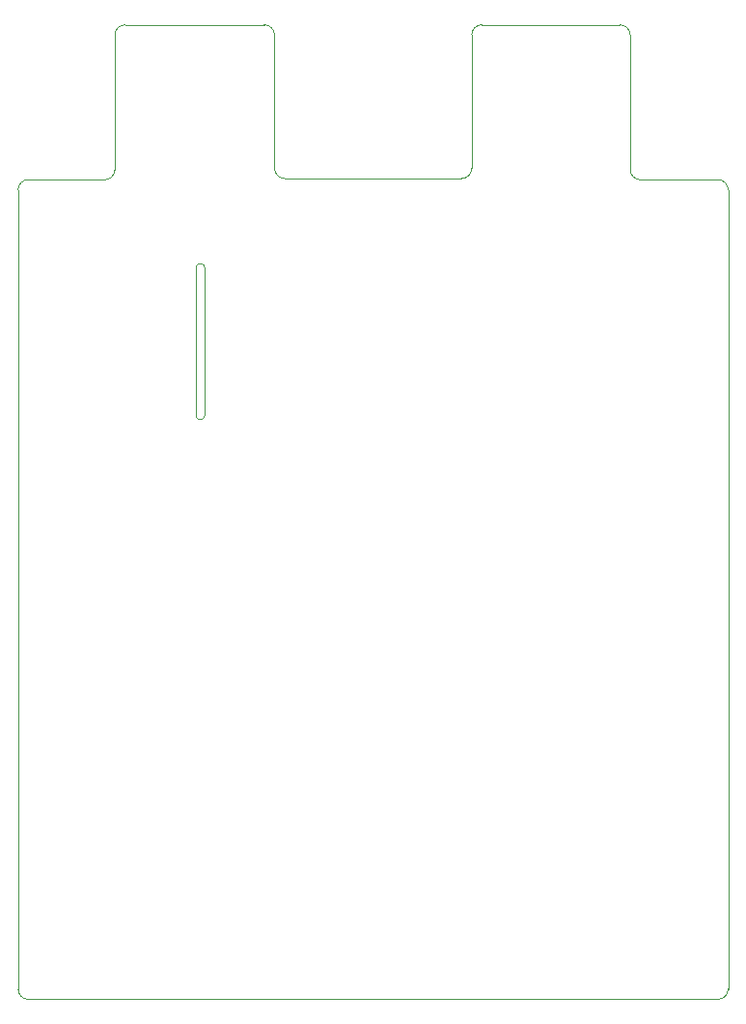
<source format=gm1>
%TF.GenerationSoftware,KiCad,Pcbnew,(5.1.8)-1*%
%TF.CreationDate,2021-02-13T14:21:56-08:00*%
%TF.ProjectId,20190720_Project_OCP-OVP-UVP,32303139-3037-4323-905f-50726f6a6563,A1*%
%TF.SameCoordinates,PX6ff61c0PY8823130*%
%TF.FileFunction,Profile,NP*%
%FSLAX46Y46*%
G04 Gerber Fmt 4.6, Leading zero omitted, Abs format (unit mm)*
G04 Created by KiCad (PCBNEW (5.1.8)-1) date 2021-02-13 14:21:56*
%MOMM*%
%LPD*%
G01*
G04 APERTURE LIST*
%TA.AperFunction,Profile*%
%ADD10C,0.050000*%
%TD*%
G04 APERTURE END LIST*
D10*
X900000Y1600000D02*
G75*
G02*
X0Y2500000I0J900000D01*
G01*
X62300000Y2500000D02*
G75*
G02*
X61400000Y1600000I-900000J0D01*
G01*
X61400000Y73500000D02*
G75*
G02*
X62300000Y72600000I0J-900000D01*
G01*
X54600000Y73500000D02*
G75*
G02*
X53700000Y74400000I0J900000D01*
G01*
X54600000Y73500000D02*
X61400000Y73500000D01*
X53700000Y86200000D02*
X53700000Y74400000D01*
X52800000Y87100000D02*
G75*
G02*
X53700000Y86200000I0J-900000D01*
G01*
X39800000Y86200000D02*
G75*
G02*
X40700000Y87100000I900000J0D01*
G01*
X39800000Y74500000D02*
G75*
G02*
X38900000Y73600000I-900000J0D01*
G01*
X23400000Y73600000D02*
G75*
G02*
X22500000Y74500000I0J900000D01*
G01*
X21600000Y87100000D02*
G75*
G02*
X22500000Y86200000I0J-900000D01*
G01*
X8500000Y86200000D02*
G75*
G02*
X9400000Y87100000I900000J0D01*
G01*
X7600000Y73500000D02*
X900000Y73500000D01*
X8500000Y86200000D02*
X8500000Y74400000D01*
X8500000Y74400000D02*
G75*
G02*
X7600000Y73500000I-900000J0D01*
G01*
X0Y72600000D02*
G75*
G02*
X900000Y73500000I900000J0D01*
G01*
X40700000Y87100000D02*
X52800000Y87100000D01*
X39800000Y74500000D02*
X39800000Y86200000D01*
X23400000Y73600000D02*
X38900000Y73600000D01*
X22500000Y74500000D02*
X22500000Y86200000D01*
X9400000Y87100000D02*
X21600000Y87100000D01*
X62300000Y72600000D02*
X62300000Y2500000D01*
X0Y72600000D02*
X0Y2500000D01*
X16400000Y52850000D02*
G75*
G02*
X15600000Y52850000I-400000J0D01*
G01*
X15600000Y65750000D02*
G75*
G02*
X16400000Y65750000I400000J0D01*
G01*
X16400000Y52850000D02*
X16400000Y65750000D01*
X15600000Y52850000D02*
X15600000Y65750000D01*
X61400000Y1600000D02*
X900000Y1600000D01*
M02*

</source>
